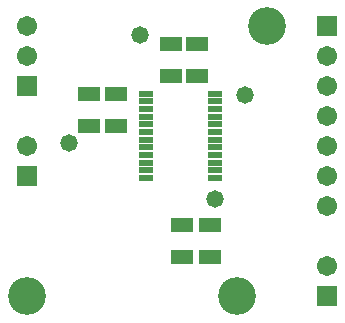
<source format=gts>
%FSLAX23Y23*%
%MOMM*%
%SFA1B1*%

%IPPOS*%
%ADD21R,1.193798X0.507999*%
%ADD22R,1.903196X1.303197*%
%ADD23C,1.703197*%
%ADD24R,1.703197X1.703197*%
%ADD25C,3.203194*%
%ADD26C,1.473197*%
%LNpcb1-1*%
%LPD*%
G54D21*
X19300Y19704D03*
Y19054D03*
Y18404D03*
Y17754D03*
Y17104D03*
Y16454D03*
Y15803D03*
Y15153D03*
Y14503D03*
Y13853D03*
Y13203D03*
Y12553D03*
X13465D03*
Y13203D03*
Y13853D03*
Y14503D03*
Y15153D03*
Y15803D03*
Y16454D03*
Y17104D03*
Y17754D03*
Y18404D03*
Y19054D03*
Y19704D03*
G54D22*
X15620Y23908D03*
Y21208D03*
X18922Y8588D03*
Y5888D03*
X8635Y16937D03*
Y19637D03*
X16509Y8588D03*
Y5888D03*
X17779Y23908D03*
Y21208D03*
X10921Y16937D03*
Y19637D03*
G54D23*
X3428Y25399D03*
Y22859D03*
Y15239D03*
X28828Y5079D03*
Y20319D03*
Y22859D03*
Y17779D03*
Y15239D03*
Y12699D03*
Y10159D03*
G54D24*
X3428Y20319D03*
Y12699D03*
X28828Y2539D03*
Y25399D03*
G54D25*
X3428Y2539D03*
X23748Y25399D03*
X21208Y2539D03*
G54D26*
X6984Y15493D03*
X19303Y10794D03*
X12953Y24637D03*
X21843Y19557D03*
M02*
</source>
